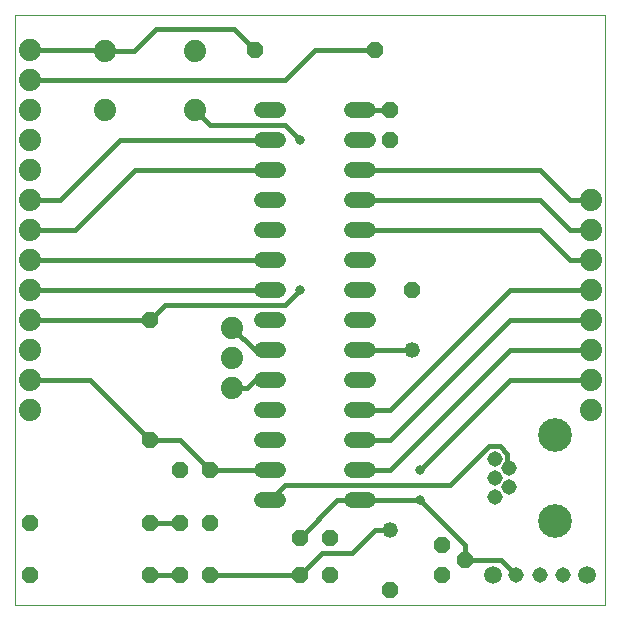
<source format=gtl>
G75*
%MOIN*%
%OFA0B0*%
%FSLAX25Y25*%
%IPPOS*%
%LPD*%
%AMOC8*
5,1,8,0,0,1.08239X$1,22.5*
%
%ADD10C,0.00000*%
%ADD11OC8,0.05200*%
%ADD12C,0.05200*%
%ADD13C,0.05150*%
%ADD14C,0.11220*%
%ADD15C,0.07400*%
%ADD16C,0.05200*%
%ADD17C,0.05937*%
%ADD18C,0.01600*%
%ADD19C,0.03169*%
D10*
X0001800Y0001800D02*
X0001800Y0198650D01*
X0198650Y0198650D01*
X0198650Y0001800D01*
X0001800Y0001800D01*
D11*
X0006800Y0011800D03*
X0006800Y0029300D03*
X0046800Y0029300D03*
X0056800Y0029300D03*
X0066800Y0029300D03*
X0066800Y0011800D03*
X0056800Y0011800D03*
X0046800Y0011800D03*
X0056800Y0046800D03*
X0066800Y0046800D03*
X0046800Y0056800D03*
X0046800Y0096800D03*
X0096800Y0024300D03*
X0106800Y0024300D03*
X0106800Y0011800D03*
X0096800Y0011800D03*
X0126800Y0006800D03*
X0144300Y0011800D03*
X0151800Y0016800D03*
X0144300Y0021800D03*
X0134300Y0106800D03*
X0126800Y0156800D03*
X0126800Y0166800D03*
X0121800Y0186800D03*
X0081800Y0186800D03*
D12*
X0134300Y0086800D03*
X0126800Y0026800D03*
D13*
X0161721Y0038001D03*
X0166446Y0041150D03*
X0161721Y0044300D03*
X0166446Y0047450D03*
X0161721Y0050599D03*
X0168926Y0011800D03*
X0176800Y0011800D03*
X0184674Y0011800D03*
D14*
X0181800Y0029930D03*
X0181800Y0058670D03*
D15*
X0193800Y0066800D03*
X0193800Y0076800D03*
X0193800Y0086800D03*
X0193800Y0096800D03*
X0193800Y0106800D03*
X0193800Y0116800D03*
X0193800Y0126800D03*
X0193800Y0136800D03*
X0074300Y0094300D03*
X0074300Y0084300D03*
X0074300Y0074300D03*
X0006800Y0076800D03*
X0006800Y0066800D03*
X0006800Y0086800D03*
X0006800Y0096800D03*
X0006800Y0106800D03*
X0006800Y0116800D03*
X0006800Y0126800D03*
X0006800Y0136800D03*
X0006800Y0146800D03*
X0006800Y0156800D03*
X0006800Y0166800D03*
X0006800Y0176800D03*
X0006800Y0186800D03*
X0031800Y0186643D03*
X0031800Y0166957D03*
X0061800Y0166957D03*
X0061800Y0186643D03*
D16*
X0084200Y0166800D02*
X0089400Y0166800D01*
X0089400Y0156800D02*
X0084200Y0156800D01*
X0084200Y0146800D02*
X0089400Y0146800D01*
X0089400Y0136800D02*
X0084200Y0136800D01*
X0084200Y0126800D02*
X0089400Y0126800D01*
X0089400Y0116800D02*
X0084200Y0116800D01*
X0084200Y0106800D02*
X0089400Y0106800D01*
X0089400Y0096800D02*
X0084200Y0096800D01*
X0084200Y0086800D02*
X0089400Y0086800D01*
X0089400Y0076800D02*
X0084200Y0076800D01*
X0084200Y0066800D02*
X0089400Y0066800D01*
X0089400Y0056800D02*
X0084200Y0056800D01*
X0084200Y0046800D02*
X0089400Y0046800D01*
X0089400Y0036800D02*
X0084200Y0036800D01*
X0114200Y0036800D02*
X0119400Y0036800D01*
X0119400Y0046800D02*
X0114200Y0046800D01*
X0114200Y0056800D02*
X0119400Y0056800D01*
X0119400Y0066800D02*
X0114200Y0066800D01*
X0114200Y0076800D02*
X0119400Y0076800D01*
X0119400Y0086800D02*
X0114200Y0086800D01*
X0114200Y0096800D02*
X0119400Y0096800D01*
X0119400Y0106800D02*
X0114200Y0106800D01*
X0114200Y0116800D02*
X0119400Y0116800D01*
X0119400Y0126800D02*
X0114200Y0126800D01*
X0114200Y0136800D02*
X0119400Y0136800D01*
X0119400Y0146800D02*
X0114200Y0146800D01*
X0114200Y0156800D02*
X0119400Y0156800D01*
X0119400Y0166800D02*
X0114200Y0166800D01*
D17*
X0161052Y0011800D03*
X0192548Y0011800D03*
D18*
X0168926Y0011800D02*
X0163926Y0016800D01*
X0151800Y0016800D01*
X0151800Y0021800D01*
X0136800Y0036800D01*
X0116800Y0036800D01*
X0109300Y0036800D01*
X0096800Y0024300D01*
X0104300Y0019300D02*
X0114300Y0019300D01*
X0121800Y0026800D01*
X0126800Y0026800D01*
X0126800Y0046800D02*
X0116800Y0046800D01*
X0116800Y0056800D02*
X0126800Y0056800D01*
X0166800Y0096800D01*
X0193800Y0096800D01*
X0193800Y0086800D02*
X0166800Y0086800D01*
X0126800Y0046800D01*
X0136800Y0046800D02*
X0166800Y0076800D01*
X0193800Y0076800D01*
X0165896Y0052328D02*
X0165896Y0047999D01*
X0166446Y0047450D01*
X0165896Y0052328D02*
X0163451Y0054774D01*
X0159992Y0054774D01*
X0147018Y0041800D01*
X0091800Y0041800D01*
X0086800Y0036800D01*
X0086800Y0046800D02*
X0066800Y0046800D01*
X0056800Y0056800D01*
X0046800Y0056800D01*
X0026800Y0076800D01*
X0006800Y0076800D01*
X0006800Y0096800D02*
X0046800Y0096800D01*
X0051800Y0101800D01*
X0091800Y0101800D01*
X0096800Y0106800D01*
X0086800Y0106800D02*
X0006800Y0106800D01*
X0006800Y0116800D02*
X0086800Y0116800D01*
X0074300Y0094300D02*
X0081800Y0086800D01*
X0086800Y0086800D01*
X0086800Y0076800D02*
X0081800Y0076800D01*
X0079300Y0074300D01*
X0074300Y0074300D01*
X0116800Y0066800D02*
X0126800Y0066800D01*
X0166800Y0106800D01*
X0193800Y0106800D01*
X0193800Y0116800D02*
X0186800Y0116800D01*
X0176800Y0126800D01*
X0116800Y0126800D01*
X0116800Y0136800D02*
X0176800Y0136800D01*
X0186800Y0126800D01*
X0193800Y0126800D01*
X0193800Y0136800D02*
X0186800Y0136800D01*
X0176800Y0146800D01*
X0116800Y0146800D01*
X0116800Y0166800D02*
X0126800Y0166800D01*
X0121800Y0186800D02*
X0101800Y0186800D01*
X0091800Y0176800D01*
X0006800Y0176800D01*
X0006800Y0186800D02*
X0026643Y0186800D01*
X0031800Y0186643D01*
X0041643Y0186643D01*
X0048850Y0193850D01*
X0074750Y0193850D01*
X0081800Y0186800D01*
X0061800Y0166957D02*
X0066800Y0161800D01*
X0091800Y0161800D01*
X0096800Y0156800D01*
X0086800Y0156800D02*
X0036800Y0156800D01*
X0016800Y0136800D01*
X0006800Y0136800D01*
X0006800Y0126800D02*
X0021800Y0126800D01*
X0041800Y0146800D01*
X0086800Y0146800D01*
X0116800Y0086800D02*
X0134300Y0086800D01*
X0104300Y0019300D02*
X0096800Y0011800D01*
X0066800Y0011800D01*
X0056800Y0011800D02*
X0046800Y0011800D01*
X0046800Y0029300D02*
X0056800Y0029300D01*
D19*
X0096800Y0106800D03*
X0096800Y0156800D03*
X0136800Y0046800D03*
X0136800Y0036800D03*
M02*

</source>
